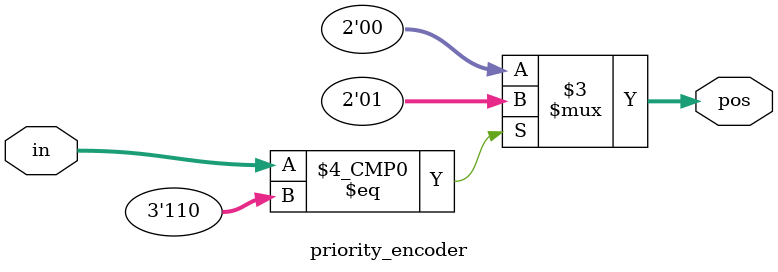
<source format=v>
module priority_encoder( 
input [2:0] in,
output reg [1:0] pos ); 
// When sel=1, assign b to out
// Priority encoder -> b=01, a=10
always @(*)
begin 
	case(in)
	3'b110: pos=2'b01;
	3'b110: pos=2'b10;
	default: pos=2'b00;
	endcase
end
endmodule

</source>
